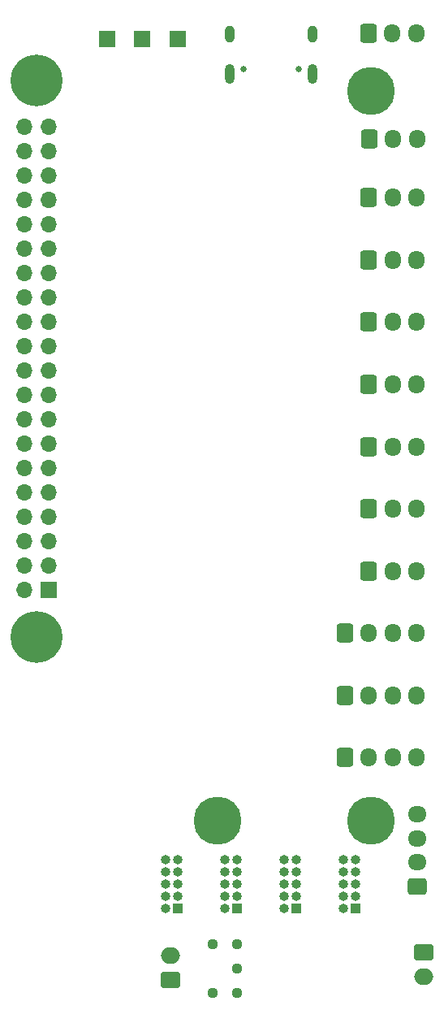
<source format=gbs>
G04 #@! TF.GenerationSoftware,KiCad,Pcbnew,9.0.0*
G04 #@! TF.CreationDate,2025-04-10T20:16:32-07:00*
G04 #@! TF.ProjectId,ESP32_S2_SOLO_N4 Kicad Reference Design,45535033-325f-4533-925f-534f4c4f5f4e,rev?*
G04 #@! TF.SameCoordinates,Original*
G04 #@! TF.FileFunction,Soldermask,Bot*
G04 #@! TF.FilePolarity,Negative*
%FSLAX46Y46*%
G04 Gerber Fmt 4.6, Leading zero omitted, Abs format (unit mm)*
G04 Created by KiCad (PCBNEW 9.0.0) date 2025-04-10 20:16:32*
%MOMM*%
%LPD*%
G01*
G04 APERTURE LIST*
G04 Aperture macros list*
%AMRoundRect*
0 Rectangle with rounded corners*
0 $1 Rounding radius*
0 $2 $3 $4 $5 $6 $7 $8 $9 X,Y pos of 4 corners*
0 Add a 4 corners polygon primitive as box body*
4,1,4,$2,$3,$4,$5,$6,$7,$8,$9,$2,$3,0*
0 Add four circle primitives for the rounded corners*
1,1,$1+$1,$2,$3*
1,1,$1+$1,$4,$5*
1,1,$1+$1,$6,$7*
1,1,$1+$1,$8,$9*
0 Add four rect primitives between the rounded corners*
20,1,$1+$1,$2,$3,$4,$5,0*
20,1,$1+$1,$4,$5,$6,$7,0*
20,1,$1+$1,$6,$7,$8,$9,0*
20,1,$1+$1,$8,$9,$2,$3,0*%
G04 Aperture macros list end*
%ADD10C,0.850000*%
%ADD11C,5.000000*%
%ADD12RoundRect,0.250000X-0.600000X-0.725000X0.600000X-0.725000X0.600000X0.725000X-0.600000X0.725000X0*%
%ADD13O,1.700000X1.950000*%
%ADD14R,1.700000X1.700000*%
%ADD15O,1.700000X1.700000*%
%ADD16R,1.000000X1.000000*%
%ADD17O,1.000000X1.000000*%
%ADD18C,0.650000*%
%ADD19O,1.000000X2.100000*%
%ADD20O,1.000000X1.800000*%
%ADD21RoundRect,0.250000X0.725000X-0.600000X0.725000X0.600000X-0.725000X0.600000X-0.725000X-0.600000X0*%
%ADD22O,1.950000X1.700000*%
%ADD23RoundRect,0.250000X0.750000X-0.600000X0.750000X0.600000X-0.750000X0.600000X-0.750000X-0.600000X0*%
%ADD24O,2.000000X1.700000*%
%ADD25C,1.117600*%
%ADD26C,5.400000*%
%ADD27RoundRect,0.250000X-0.750000X0.600000X-0.750000X-0.600000X0.750000X-0.600000X0.750000X0.600000X0*%
G04 APERTURE END LIST*
D10*
X89032000Y-144772620D03*
X89581175Y-143446795D03*
X89581175Y-146098445D03*
X90907000Y-142897620D03*
D11*
X90907000Y-144772620D03*
D10*
X90907000Y-146647620D03*
X92232825Y-143446795D03*
X92232825Y-146098445D03*
X92782000Y-144772620D03*
D12*
X90678000Y-105807727D03*
D13*
X93178000Y-105807727D03*
X95678000Y-105807727D03*
D12*
X90678000Y-86364181D03*
D13*
X93178000Y-86364181D03*
X95678000Y-86364181D03*
D14*
X67056000Y-63373000D03*
D12*
X88178000Y-138213636D03*
D13*
X90678000Y-138213636D03*
X93178000Y-138213636D03*
X95678000Y-138213636D03*
D12*
X90678000Y-99326545D03*
D13*
X93178000Y-99326545D03*
X95678000Y-99326545D03*
D10*
X89032000Y-68772620D03*
X89581175Y-67446795D03*
X89581175Y-70098445D03*
X90907000Y-66897620D03*
D11*
X90907000Y-68772620D03*
D10*
X90907000Y-70647620D03*
X92232825Y-67446795D03*
X92232825Y-70098445D03*
X92782000Y-68772620D03*
D12*
X90678000Y-112288909D03*
D13*
X93178000Y-112288909D03*
X95678000Y-112288909D03*
D14*
X57277000Y-120777000D03*
D15*
X54737000Y-120777000D03*
X57277000Y-118237000D03*
X54737000Y-118237000D03*
X57277000Y-115697000D03*
X54737000Y-115697000D03*
X57277000Y-113157000D03*
X54737000Y-113157000D03*
X57277000Y-110617000D03*
X54737000Y-110617000D03*
X57277000Y-108077000D03*
X54737000Y-108077000D03*
X57277000Y-105537000D03*
X54737000Y-105537000D03*
X57277000Y-102997000D03*
X54737000Y-102997000D03*
X57277000Y-100457000D03*
X54737000Y-100457000D03*
X57277000Y-97917000D03*
X54737000Y-97917000D03*
X57277000Y-95377000D03*
X54737000Y-95377000D03*
X57277000Y-92837000D03*
X54737000Y-92837000D03*
X57277000Y-90297000D03*
X54737000Y-90297000D03*
X57277000Y-87757000D03*
X54737000Y-87757000D03*
X57277000Y-85217000D03*
X54737000Y-85217000D03*
X57277000Y-82677000D03*
X54737000Y-82677000D03*
X57277000Y-80137000D03*
X54737000Y-80137000D03*
X57277000Y-77597000D03*
X54737000Y-77597000D03*
X57277000Y-75057000D03*
X54737000Y-75057000D03*
X57277000Y-72517000D03*
X54737000Y-72517000D03*
D12*
X90601800Y-62763400D03*
D13*
X93101800Y-62763400D03*
X95601800Y-62763400D03*
D16*
X70739000Y-153924000D03*
D17*
X69469000Y-153924000D03*
X70739000Y-152654000D03*
X69469000Y-152654000D03*
X70739000Y-151384000D03*
X69469000Y-151384000D03*
X70739000Y-150114000D03*
X69469000Y-150114000D03*
X70739000Y-148844000D03*
X69469000Y-148844000D03*
D16*
X76919667Y-153924000D03*
D17*
X75649667Y-153924000D03*
X76919667Y-152654000D03*
X75649667Y-152654000D03*
X76919667Y-151384000D03*
X75649667Y-151384000D03*
X76919667Y-150114000D03*
X75649667Y-150114000D03*
X76919667Y-148844000D03*
X75649667Y-148844000D03*
D12*
X90678000Y-118770091D03*
D13*
X93178000Y-118770091D03*
X95678000Y-118770091D03*
D12*
X88178000Y-125251272D03*
D13*
X90678000Y-125251272D03*
X93178000Y-125251272D03*
X95678000Y-125251272D03*
D18*
X83384600Y-66494200D03*
X77604600Y-66494200D03*
D19*
X84814600Y-66994200D03*
X76174600Y-66994200D03*
D20*
X84814600Y-62814200D03*
X76174600Y-62814200D03*
D21*
X95758000Y-151638000D03*
D22*
X95758000Y-149138000D03*
X95758000Y-146638000D03*
X95758000Y-144138000D03*
D23*
X69977000Y-161377000D03*
D24*
X69977000Y-158877000D03*
D16*
X83100333Y-153924000D03*
D17*
X81830333Y-153924000D03*
X83100333Y-152654000D03*
X81830333Y-152654000D03*
X83100333Y-151384000D03*
X81830333Y-151384000D03*
X83100333Y-150114000D03*
X81830333Y-150114000D03*
X83100333Y-148844000D03*
X81830333Y-148844000D03*
D16*
X89281000Y-153924000D03*
D17*
X88011000Y-153924000D03*
X89281000Y-152654000D03*
X88011000Y-152654000D03*
X89281000Y-151384000D03*
X88011000Y-151384000D03*
X89281000Y-150114000D03*
X88011000Y-150114000D03*
X89281000Y-148844000D03*
X88011000Y-148844000D03*
D12*
X90678000Y-79883000D03*
D13*
X93178000Y-79883000D03*
X95678000Y-79883000D03*
D25*
X74402950Y-162772850D03*
X74402950Y-157692850D03*
X76942950Y-162772850D03*
X76942950Y-160232850D03*
X76942950Y-157692850D03*
D10*
X53982000Y-67647000D03*
X54575109Y-66215109D03*
X54575109Y-69078891D03*
X56007000Y-65622000D03*
D26*
X56007000Y-67647000D03*
D10*
X56007000Y-69672000D03*
X57438891Y-66215109D03*
X57438891Y-69078891D03*
X58032000Y-67647000D03*
D12*
X88178000Y-131732454D03*
D13*
X90678000Y-131732454D03*
X93178000Y-131732454D03*
X95678000Y-131732454D03*
D12*
X90703400Y-73736200D03*
D13*
X93203400Y-73736200D03*
X95703400Y-73736200D03*
D10*
X53982000Y-125647000D03*
X54575109Y-124215109D03*
X54575109Y-127078891D03*
X56007000Y-123622000D03*
D26*
X56007000Y-125647000D03*
D10*
X56007000Y-127672000D03*
X57438891Y-124215109D03*
X57438891Y-127078891D03*
X58032000Y-125647000D03*
D14*
X63373000Y-63373000D03*
D10*
X73032000Y-144772620D03*
X73581175Y-143446795D03*
X73581175Y-146098445D03*
X74907000Y-142897620D03*
D11*
X74907000Y-144772620D03*
D10*
X74907000Y-146647620D03*
X76232825Y-143446795D03*
X76232825Y-146098445D03*
X76782000Y-144772620D03*
D14*
X70739000Y-63373000D03*
D27*
X96393000Y-158536000D03*
D24*
X96393000Y-161036000D03*
D12*
X90678000Y-92845363D03*
D13*
X93178000Y-92845363D03*
X95678000Y-92845363D03*
M02*

</source>
